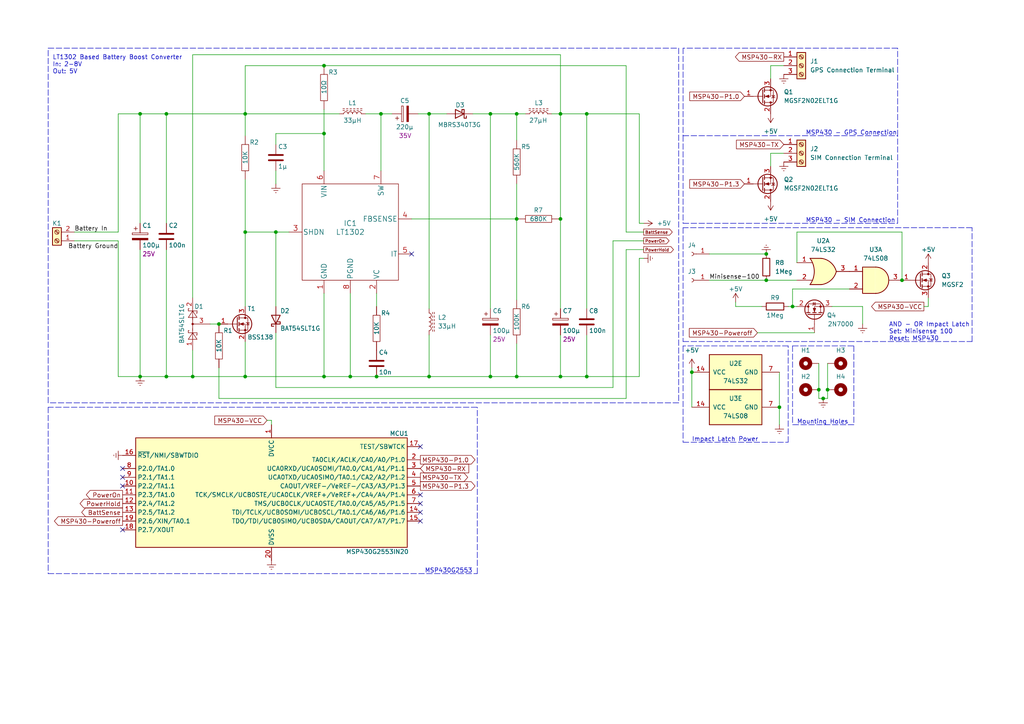
<source format=kicad_sch>
(kicad_sch (version 20211123) (generator eeschema)
  (paper "A4")
  (title_block (title "Impact Activated GPS Beacon") (date "2023-01-13") (rev "v0.2") (company "Kaan \"The Nugget\" Yılmaz"))
  (lib_symbols
    (symbol "74xx:74LS08" (pin_names (offset 1.016))
      (property "Reference" "U" (at 0 1.27 0))
      (property "Value" "74LS08" (at 0 -1.27 0))
      (symbol "74LS08_1_1"
        (pin input line (at -7.62 2.54 0) (length 3.81) (name "~") (number "1"))
        (pin input line (at -7.62 -2.54 0) (length 3.81) (name "~") (number "2"))
        (pin output line (at 7.62 0 180) (length 3.81) (name "~") (number "3"))
      )
      (symbol "74LS08_1_2"
        (pin input inverted (at -7.62 2.54 0) (length 4.318) (name "~") (number "1"))
        (pin input inverted (at -7.62 -2.54 0) (length 4.318) (name "~") (number "2"))
        (pin output inverted (at 7.62 0 180) (length 3.81) (name "~") (number "3"))
      )
      (symbol "74LS08_2_1"
        (pin input line (at -7.62 2.54 0) (length 3.81) (name "~") (number "4"))
        (pin input line (at -7.62 -2.54 0) (length 3.81) (name "~") (number "5"))
        (pin output line (at 7.62 0 180) (length 3.81) (name "~") (number "6"))
      )
      (symbol "74LS08_2_2"
        (pin input inverted (at -7.62 2.54 0) (length 4.318) (name "~") (number "4"))
        (pin input inverted (at -7.62 -2.54 0) (length 4.318) (name "~") (number "5"))
        (pin output inverted (at 7.62 0 180) (length 3.81) (name "~") (number "6"))
      )
      (symbol "74LS08_3_1"
        (pin input line (at -7.62 -2.54 0) (length 3.81) (name "~") (number "10"))
        (pin output line (at 7.62 0 180) (length 3.81) (name "~") (number "8"))
        (pin input line (at -7.62 2.54 0) (length 3.81) (name "~") (number "9"))
      )
      (symbol "74LS08_3_2"
        (pin input inverted (at -7.62 -2.54 0) (length 4.318) (name "~") (number "10"))
        (pin output inverted (at 7.62 0 180) (length 3.81) (name "~") (number "8"))
        (pin input inverted (at -7.62 2.54 0) (length 4.318) (name "~") (number "9"))
      )
      (symbol "74LS08_4_1"
        (pin output line (at 7.62 0 180) (length 3.81) (name "~") (number "11"))
        (pin input line (at -7.62 2.54 0) (length 3.81) (name "~") (number "12"))
        (pin input line (at -7.62 -2.54 0) (length 3.81) (name "~") (number "13"))
      )
      (symbol "74LS08_4_2"
        (pin output inverted (at 7.62 0 180) (length 3.81) (name "~") (number "11"))
        (pin input inverted (at -7.62 2.54 0) (length 4.318) (name "~") (number "12"))
        (pin input inverted (at -7.62 -2.54 0) (length 4.318) (name "~") (number "13"))
      )
      (symbol "74LS08_5_0"
        (pin power_in line (at 0 12.7 270) (length 5.08) (name "VCC") (number "14"))
        (pin power_in line (at 0 -12.7 90) (length 5.08) (name "GND") (number "7"))
      )
    )
    (symbol "74xx:74LS32" (pin_names (offset 1.016))
      (property "Reference" "U" (at 0 1.27 0))
      (property "Value" "74LS32" (at 0 -1.27 0))
      (symbol "74LS32_1_1"
        (pin input line (at -7.62 2.54 0) (length 4.318) (name "~") (number "1"))
        (pin input line (at -7.62 -2.54 0) (length 4.318) (name "~") (number "2"))
        (pin output line (at 7.62 0 180) (length 3.81) (name "~") (number "3"))
      )
      (symbol "74LS32_1_2"
        (pin input inverted (at -7.62 2.54 0) (length 3.81) (name "~") (number "1"))
        (pin input inverted (at -7.62 -2.54 0) (length 3.81) (name "~") (number "2"))
        (pin output inverted (at 7.62 0 180) (length 3.81) (name "~") (number "3"))
      )
      (symbol "74LS32_2_1"
        (pin input line (at -7.62 2.54 0) (length 4.318) (name "~") (number "4"))
        (pin input line (at -7.62 -2.54 0) (length 4.318) (name "~") (number "5"))
        (pin output line (at 7.62 0 180) (length 3.81) (name "~") (number "6"))
      )
      (symbol "74LS32_2_2"
        (pin input inverted (at -7.62 2.54 0) (length 3.81) (name "~") (number "4"))
        (pin input inverted (at -7.62 -2.54 0) (length 3.81) (name "~") (number "5"))
        (pin output inverted (at 7.62 0 180) (length 3.81) (name "~") (number "6"))
      )
      (symbol "74LS32_3_1"
        (pin input line (at -7.62 -2.54 0) (length 4.318) (name "~") (number "10"))
        (pin output line (at 7.62 0 180) (length 3.81) (name "~") (number "8"))
        (pin input line (at -7.62 2.54 0) (length 4.318) (name "~") (number "9"))
      )
      (symbol "74LS32_3_2"
        (pin input inverted (at -7.62 -2.54 0) (length 3.81) (name "~") (number "10"))
        (pin output inverted (at 7.62 0 180) (length 3.81) (name "~") (number "8"))
        (pin input inverted (at -7.62 2.54 0) (length 3.81) (name "~") (number "9"))
      )
      (symbol "74LS32_4_1"
        (pin output line (at 7.62 0 180) (length 3.81) (name "~") (number "11"))
        (pin input line (at -7.62 2.54 0) (length 4.318) (name "~") (number "12"))
        (pin input line (at -7.62 -2.54 0) (length 4.318) (name "~") (number "13"))
      )
      (symbol "74LS32_4_2"
        (pin output inverted (at 7.62 0 180) (length 3.81) (name "~") (number "11"))
        (pin input inverted (at -7.62 2.54 0) (length 3.81) (name "~") (number "12"))
        (pin input inverted (at -7.62 -2.54 0) (length 3.81) (name "~") (number "13"))
      )
      (symbol "74LS32_5_0"
        (pin power_in line (at 0 12.7 270) (length 5.08) (name "VCC") (number "14"))
        (pin power_in line (at 0 -12.7 90) (length 5.08) (name "GND") (number "7"))
      )
    )
    (symbol "Connector:Conn_01x01_Female" (pin_names (offset 1.016) hide)
      (property "Reference" "J" (at 0 2.54 0))
      (property "Value" "Conn_01x01_Female" (at 0 -2.54 0))
      (symbol "Conn_01x01_Female_1_1"
        (pin passive line (at -5.08 0 0) (length 3.81) (name "Pin_1") (number "1"))
      )
    )
    (symbol "Connector:Screw_Terminal_01x02" (pin_names (offset 1.016) hide)
      (property "Reference" "J" (at 0 2.54 0))
      (property "Value" "Screw_Terminal_01x02" (at 0 -5.08 0))
      (symbol "Screw_Terminal_01x02_1_1"
        (pin passive line (at -5.08 0 0) (length 3.81) (name "Pin_1") (number "1"))
        (pin passive line (at -5.08 -2.54 0) (length 3.81) (name "Pin_2") (number "2"))
      )
    )
    (symbol "Connector:Screw_Terminal_01x03" (pin_names (offset 1.016) hide)
      (property "Reference" "J" (at 0 5.08 0))
      (property "Value" "Screw_Terminal_01x03" (at 0 -5.08 0))
      (symbol "Screw_Terminal_01x03_1_1"
        (pin passive line (at -5.08 2.54 0) (length 3.81) (name "Pin_1") (number "1"))
        (pin passive line (at -5.08 0 0) (length 3.81) (name "Pin_2") (number "2"))
        (pin passive line (at -5.08 -2.54 0) (length 3.81) (name "Pin_3") (number "3"))
      )
    )
    (symbol "Device:C" (pin_numbers hide) (pin_names (offset 0.254))
      (property "Reference" "C" (at 0.635 2.54 0))
      (property "Value" "C" (at 0.635 -2.54 0))
      (symbol "C_1_1"
        (pin passive line (at 0 3.81 270) (length 2.794) (name "~") (number "1"))
        (pin passive line (at 0 -3.81 90) (length 2.794) (name "~") (number "2"))
      )
    )
    (symbol "Device:C_Polarized" (pin_numbers hide) (pin_names (offset 0.254))
      (property "Reference" "C" (at 0.635 2.54 0))
      (property "Value" "C_Polarized" (at 0.635 -2.54 0))
      (symbol "C_Polarized_1_1"
        (pin passive line (at 0 3.81 270) (length 2.794) (name "~") (number "1"))
        (pin passive line (at 0 -3.81 90) (length 2.794) (name "~") (number "2"))
      )
    )
    (symbol "Device:L_Ferrite" (pin_numbers hide) (pin_names (offset 1.016) hide)
      (property "Reference" "L" (at -1.27 0 90))
      (property "Value" "L_Ferrite" (at 2.794 0 90))
      (symbol "L_Ferrite_1_1"
        (pin passive line (at 0 3.81 270) (length 1.27) (name "1") (number "1"))
        (pin passive line (at 0 -3.81 90) (length 1.27) (name "2") (number "2"))
      )
    )
    (symbol "Device:R" (pin_numbers hide) (pin_names (offset 0))
      (property "Reference" "R" (at 2.032 0 90))
      (property "Value" "R" (at 0 0 90))
      (symbol "R_1_1"
        (pin passive line (at 0 3.81 270) (length 1.27) (name "~") (number "1"))
        (pin passive line (at 0 -3.81 90) (length 1.27) (name "~") (number "2"))
      )
    )
    (symbol "Diode:BAT54J" (pin_numbers hide) (pin_names hide)
      (property "Reference" "D" (at 0 2.54 0))
      (property "Value" "BAT54J" (at 0 -2.54 0))
      (symbol "BAT54J_1_1"
        (pin passive line (at -3.81 0 0) (length 2.54) (name "K") (number "1"))
        (pin passive line (at 3.81 0 180) (length 2.54) (name "A") (number "2"))
      )
    )
    (symbol "Diode:BAT54S" (pin_names (offset 1.016))
      (property "Reference" "D" (at 0.635 -3.81 0))
      (property "Value" "BAT54S" (at -6.35 3.175 0))
      (symbol "BAT54S_1_1"
        (pin passive line (at -7.62 0 0) (length 3.81) (name "~") (number "1"))
        (pin passive line (at 7.62 0 180) (length 3.81) (name "~") (number "2"))
        (pin passive line (at 0 -5.08 90) (length 5.08) (name "~") (number "3"))
      )
    )
    (symbol "LT1302CN8-5-PBF_1" (pin_names (offset 0.254))
      (property "Reference" "U" (at 15.875 19.05 0))
      (property "Value" "LT1302CN8-5-PBF_1" (at 26.035 15.875 0))
      (symbol "LT1302CN8-5-PBF_1_1_1"
        (pin power_in line (at -7.62 -17.78 90) (length 3.81) (name "GND") (number "1"))
        (pin unspecified line (at 7.62 -17.78 90) (length 3.81) (name "VC") (number "2"))
        (pin unspecified line (at -17.78 0 0) (length 3.81) (name "SHDN") (number "3"))
        (pin unspecified line (at 17.78 3.81 180) (length 3.81) (name "FBSENSE") (number "4"))
        (pin unspecified line (at 17.78 -6.35 180) (length 3.81) (name "IT") (number "5"))
        (pin input line (at -7.62 17.78 270) (length 3.81) (name "VIN") (number "6"))
        (pin unspecified line (at 8.89 17.78 270) (length 3.81) (name "SW") (number "7"))
        (pin power_in line (at 0 -17.78 90) (length 3.81) (name "PGND") (number "8"))
      )
    )
    (symbol "MCU_Texas_MSP430:MSP430G2553IN20"
      (property "Reference" "U" (at -38.1 17.78 0))
      (property "Value" "MSP430G2553IN20" (at 31.75 -16.51 0))
      (symbol "MSP430G2553IN20_1_1"
        (pin power_in line (at 0 20.32 270) (length 3.81) (name "DVCC") (number "1"))
        (pin bidirectional line (at -43.18 2.54 0) (length 3.81) (name "P2.2/TA1.1") (number "10"))
        (pin bidirectional line (at -43.18 0 0) (length 3.81) (name "P2.3/TA1.0") (number "11"))
        (pin bidirectional line (at -43.18 -2.54 0) (length 3.81) (name "P2.4/TA1.2") (number "12"))
        (pin bidirectional line (at -43.18 -5.08 0) (length 3.81) (name "P2.5/TA1.2") (number "13"))
        (pin bidirectional line (at 43.18 -5.08 180) (length 3.81) (name "TDI/TCLK/UCB0SOMI/UCB0SCL/TA0.1/CA6/A6/P1.6") (number "14"))
        (pin bidirectional line (at 43.18 -7.62 180) (length 3.81) (name "TDO/TDI/UCB0SIMO/UCB0SDA/CAOUT/CA7/A7/P1.7") (number "15"))
        (pin input line (at -43.18 11.43 0) (length 3.81) (name "~{RST}/NMI/SBWTDIO") (number "16"))
        (pin input line (at 43.18 13.97 180) (length 3.81) (name "TEST/SBWTCK") (number "17"))
        (pin bidirectional line (at -43.18 -10.16 0) (length 3.81) (name "P2.7/XOUT") (number "18"))
        (pin bidirectional line (at -43.18 -7.62 0) (length 3.81) (name "P2.6/XIN/TA0.1") (number "19"))
        (pin bidirectional line (at 43.18 10.16 180) (length 3.81) (name "TA0CLK/ACLK/CA0/A0/P1.0") (number "2"))
        (pin power_in line (at 0 -19.05 90) (length 3.81) (name "DVSS") (number "20"))
        (pin bidirectional line (at 43.18 7.62 180) (length 3.81) (name "UCA0RXD/UCA0SOMI/TA0.0/CA1/A1/P1.1") (number "3"))
        (pin bidirectional line (at 43.18 5.08 180) (length 3.81) (name "UCA0TXD/UCA0SIMO/TA0.1/CA2/A2/P1.2") (number "4"))
        (pin bidirectional line (at 43.18 2.54 180) (length 3.81) (name "CAOUT/VREF-/VeREF-/CA3/A3/P1.3") (number "5"))
        (pin bidirectional line (at 43.18 0 180) (length 3.81) (name "TCK/SMCLK/UCB0STE/UCA0CLK/VREF+/VeREF+/CA4/A4/P1.4") (number "6"))
        (pin bidirectional line (at 43.18 -2.54 180) (length 3.81) (name "TMS/UCB0CLK/UCA0STE/TA0.0/CA5/A5/P1.5") (number "7"))
        (pin bidirectional line (at -43.18 7.62 0) (length 3.81) (name "P2.0/TA1.0") (number "8"))
        (pin bidirectional line (at -43.18 5.08 0) (length 3.81) (name "P2.1/TA1.1") (number "9"))
      )
    )
    (symbol "Mechanical:MountingHole_Pad" (pin_numbers hide) (pin_names (offset 1.016) hide)
      (property "Reference" "H" (at 0 6.35 0))
      (property "Value" "MountingHole_Pad" (at 0 4.445 0))
      (symbol "MountingHole_Pad_1_1"
        (pin input line (at 0 -2.54 90) (length 2.54) (name "1") (number "1"))
      )
    )
    (symbol "Screw_Terminal_01x03_1" (pin_names (offset 1.016) hide)
      (property "Reference" "J" (at 0 5.08 0))
      (property "Value" "Screw_Terminal_01x03_1" (at 0 -5.08 0))
      (symbol "Screw_Terminal_01x03_1_1_1"
        (pin passive line (at -5.08 2.54 0) (length 3.81) (name "Pin_1") (number "1") (alternate "" input line))
        (pin passive line (at -5.08 0 0) (length 3.81) (name "Pin_2") (number "2"))
        (pin passive line (at -5.08 -2.54 0) (length 3.81) (name "Pin_3") (number "3") (alternate "" input line))
      )
    )
    (symbol "Transistor_FET:BSS138" (pin_names hide)
      (property "Reference" "Q" (at 5.08 1.905 0))
      (property "Value" "BSS138" (at 5.08 0 0))
      (symbol "BSS138_1_1"
        (pin input line (at -5.08 0 0) (length 2.54) (name "G") (number "1"))
        (pin passive line (at 2.54 -5.08 90) (length 2.54) (name "S") (number "2"))
        (pin passive line (at 2.54 5.08 270) (length 2.54) (name "D") (number "3"))
      )
    )
    (symbol "Transistor_FET:IRF3205" (pin_names hide)
      (property "Reference" "Q" (at 6.35 1.905 0))
      (property "Value" "IRF3205" (at 6.35 0 0))
      (symbol "IRF3205_1_1"
        (pin input line (at -5.08 0 0) (length 2.54) (name "G") (number "1"))
        (pin passive line (at 2.54 5.08 270) (length 2.54) (name "D") (number "2"))
        (pin passive line (at 2.54 -5.08 90) (length 2.54) (name "S") (number "3"))
      )
    )
    (symbol "power:+5V" (power) (pin_names (offset 0))
      (property "Value" "+5V" (at 0 3.556 0))
      (symbol "+5V_1_1"
        (pin power_in line (at 0 0 90) (length 0) hide (name "+5V") (number "1"))
      )
    )
    (symbol "power:Earth" (power) (pin_names (offset 0))
      (symbol "Earth_1_1"
        (pin power_in line (at 0 0 270) (length 0) hide (name "Earth") (number "1"))
      )
    )
    (symbol "pspice:R" (pin_numbers hide) (pin_names (offset 0))
      (property "Reference" "R" (at 2.032 0 90))
      (property "Value" "R" (at 0 0 90))
      (symbol "R_1_1"
        (pin passive line (at 0 6.35 270) (length 2.54) (name "~") (number "1"))
        (pin passive line (at 0 -6.35 90) (length 2.54) (name "~") (number "2"))
      )
    )
  )
  (junction (at 226.06 118.11))
  (junction (at 229.87 88.9))
  (junction (at 238.76 115.57))
  (junction (at 170.18 33.02))
  (junction (at 149.86 109.22))
  (junction (at 149.86 63.5))
  (junction (at 109.22 109.22))
  (junction (at 80.01 67.31))
  (junction (at 149.86 33.02))
  (junction (at 110.49 33.02))
  (junction (at 142.24 33.02))
  (junction (at 237.49 113.03))
  (junction (at 124.46 109.22))
  (junction (at 63.5 93.98))
  (junction (at 71.12 33.02))
  (junction (at 162.56 63.5))
  (junction (at 40.64 33.02))
  (junction (at 93.98 38.735))
  (junction (at 71.12 109.22))
  (junction (at 101.6 109.22))
  (junction (at 71.12 67.31))
  (junction (at 93.98 109.22))
  (junction (at 124.46 33.02))
  (junction (at 170.18 109.22))
  (junction (at 222.25 81.28))
  (junction (at 142.24 109.22))
  (junction (at 55.88 109.22))
  (junction (at 162.56 109.22))
  (junction (at 200.66 107.95))
  (junction (at 162.56 33.02))
  (junction (at 222.25 73.66))
  (junction (at 40.64 109.22))
  (junction (at 48.26 33.02))
  (junction (at 261.62 81.28))
  (junction (at 93.98 19.05))
  (junction (at 240.03 113.03))
  (junction (at 48.26 109.22))
  (no_connect (at 121.92 146.05))
  (no_connect (at 35.56 153.67))
  (no_connect (at 121.92 148.59))
  (no_connect (at 121.92 143.51))
  (no_connect (at 35.56 135.89))
  (no_connect (at 119.38 73.66))
  (no_connect (at 121.92 129.54))
  (no_connect (at 35.56 138.43))
  (no_connect (at 121.92 151.13))
  (no_connect (at 35.56 140.97))
  (polyline (pts (xy 228.6 100.33) (xy 198.12 100.33)))
  (polyline (pts (xy 228.6 128.27) (xy 228.6 100.33)))
  (wire (pts (xy 229.87 83.82) (xy 246.38 83.82)))
  (wire (pts (xy 160.02 33.02) (xy 162.56 33.02)))
  (wire (pts (xy 34.29 69.85) (xy 34.29 109.22)))
  (wire (pts (xy 71.12 33.02) (xy 98.425 33.02)))
  (polyline (pts (xy 198.12 100.33) (xy 198.12 128.27)))
  (wire (pts (xy 170.18 33.02) (xy 185.42 33.02)))
  (wire (pts (xy 80.01 67.31) (xy 83.82 67.31)))
  (wire (pts (xy 48.26 72.39) (xy 48.26 109.22)))
  (wire (pts (xy 223.52 19.05) (xy 227.33 19.05)))
  (wire (pts (xy 124.46 33.02) (xy 129.54 33.02)))
  (polyline (pts (xy 247.65 123.19) (xy 229.87 123.19)))
  (polyline (pts (xy 247.65 100.33) (xy 247.65 123.19)))
  (wire (pts (xy 152.4 33.02) (xy 149.86 33.02)))
  (wire (pts (xy 101.6 109.22) (xy 109.22 109.22)))
  (wire (pts (xy 213.36 87.63) (xy 213.36 88.9)))
  (polyline (pts (xy 260.35 39.37) (xy 260.35 13.97)))
  (wire (pts (xy 181.61 19.05) (xy 93.98 19.05)))
  (wire (pts (xy 237.49 105.41) (xy 237.49 113.03)))
  (wire (pts (xy 223.52 48.26) (xy 223.52 44.45)))
  (polyline (pts (xy 196.85 116.84) (xy 13.97 116.84)))
  (wire (pts (xy 48.26 109.22) (xy 55.88 109.22)))
  (wire (pts (xy 250.19 88.9) (xy 250.19 93.98)))
  (wire (pts (xy 149.86 109.22) (xy 162.56 109.22)))
  (wire (pts (xy 181.61 67.31) (xy 186.69 67.31)))
  (wire (pts (xy 162.56 33.02) (xy 162.56 15.875)))
  (wire (pts (xy 240.03 105.41) (xy 240.03 113.03)))
  (wire (pts (xy 213.36 88.9) (xy 220.98 88.9)))
  (wire (pts (xy 223.52 22.86) (xy 223.52 19.05)))
  (polyline (pts (xy 281.94 66.04) (xy 198.12 66.04)))
  (wire (pts (xy 101.6 85.09) (xy 101.6 109.22)))
  (wire (pts (xy 223.52 44.45) (xy 227.33 44.45)))
  (polyline (pts (xy 196.85 13.97) (xy 196.85 116.84)))
  (wire (pts (xy 142.24 33.02) (xy 142.24 89.535)))
  (wire (pts (xy 55.88 109.22) (xy 55.88 101.6)))
  (wire (pts (xy 181.61 72.39) (xy 181.61 115.57)))
  (wire (pts (xy 93.98 85.09) (xy 93.98 109.22)))
  (wire (pts (xy 142.24 33.02) (xy 149.86 33.02)))
  (wire (pts (xy 149.86 63.5) (xy 149.86 53.34)))
  (wire (pts (xy 231.14 88.9) (xy 229.87 88.9)))
  (wire (pts (xy 40.64 72.39) (xy 40.64 109.22)))
  (wire (pts (xy 71.12 67.31) (xy 80.01 67.31)))
  (wire (pts (xy 40.64 33.02) (xy 40.64 64.77)))
  (wire (pts (xy 80.01 96.52) (xy 80.01 112.395)))
  (wire (pts (xy 63.5 115.57) (xy 181.61 115.57)))
  (wire (pts (xy 142.24 109.22) (xy 149.86 109.22)))
  (wire (pts (xy 71.12 19.05) (xy 71.12 33.02)))
  (wire (pts (xy 106.045 33.02) (xy 110.49 33.02)))
  (polyline (pts (xy 260.35 64.77) (xy 260.35 39.37)))
  (wire (pts (xy 170.18 109.22) (xy 185.42 109.22)))
  (wire (pts (xy 48.26 33.02) (xy 71.12 33.02)))
  (wire (pts (xy 121.285 33.02) (xy 124.46 33.02)))
  (wire (pts (xy 237.49 113.03) (xy 237.49 115.57)))
  (wire (pts (xy 93.98 38.735) (xy 93.98 49.53)))
  (wire (pts (xy 124.46 97.155) (xy 124.46 109.22)))
  (wire (pts (xy 226.06 107.95) (xy 226.06 118.11)))
  (wire (pts (xy 48.26 33.02) (xy 40.64 33.02)))
  (polyline (pts (xy 198.12 13.97) (xy 198.12 39.37)))
  (wire (pts (xy 229.87 88.9) (xy 228.6 88.9)))
  (wire (pts (xy 55.88 15.875) (xy 162.56 15.875)))
  (polyline (pts (xy 198.12 39.37) (xy 198.12 64.77)))
  (wire (pts (xy 162.56 97.155) (xy 162.56 109.22)))
  (wire (pts (xy 142.24 97.155) (xy 142.24 109.22)))
  (wire (pts (xy 80.01 88.9) (xy 80.01 67.31)))
  (wire (pts (xy 71.12 39.37) (xy 71.12 33.02)))
  (wire (pts (xy 177.8 69.85) (xy 186.69 69.85)))
  (polyline (pts (xy 198.12 128.27) (xy 228.6 128.27)))
  (wire (pts (xy 80.01 41.91) (xy 80.01 38.735)))
  (wire (pts (xy 78.74 121.92) (xy 78.74 123.19)))
  (wire (pts (xy 80.01 49.53) (xy 80.01 53.34)))
  (polyline (pts (xy 229.87 100.33) (xy 229.87 123.19)))
  (polyline (pts (xy 198.12 66.04) (xy 198.12 99.06)) (stroke (width 0) (type dash)))
  (wire (pts (xy 162.56 33.02) (xy 162.56 63.5)))
  (polyline (pts (xy 13.97 166.37) (xy 138.43 166.37)))
  (wire (pts (xy 34.29 109.22) (xy 40.64 109.22)))
  (polyline (pts (xy 74.93 118.11) (xy 13.97 118.11)))
  (wire (pts (xy 185.42 64.77) (xy 186.69 64.77)))
  (wire (pts (xy 185.42 33.02) (xy 185.42 64.77)))
  (wire (pts (xy 170.18 97.155) (xy 170.18 109.22)))
  (wire (pts (xy 200.66 106.68) (xy 200.66 107.95)))
  (wire (pts (xy 240.03 113.03) (xy 240.03 115.57)))
  (wire (pts (xy 34.29 67.31) (xy 34.29 33.02)))
  (wire (pts (xy 93.98 38.735) (xy 93.98 31.75)))
  (wire (pts (xy 137.16 33.02) (xy 142.24 33.02)))
  (wire (pts (xy 237.49 115.57) (xy 238.76 115.57)))
  (wire (pts (xy 60.96 93.98) (xy 63.5 93.98)))
  (wire (pts (xy 162.56 33.02) (xy 170.18 33.02)))
  (wire (pts (xy 149.86 40.64) (xy 149.86 33.02)))
  (wire (pts (xy 205.74 81.28) (xy 222.25 81.28)))
  (polyline (pts (xy 13.97 13.97) (xy 196.85 13.97)))
  (polyline (pts (xy 74.93 118.11) (xy 138.43 118.11)))
  (wire (pts (xy 40.64 33.02) (xy 34.29 33.02)))
  (wire (pts (xy 149.86 99.695) (xy 149.86 109.22)))
  (wire (pts (xy 34.29 69.85) (xy 21.59 69.85)))
  (wire (pts (xy 93.98 109.22) (xy 101.6 109.22)))
  (wire (pts (xy 177.8 112.395) (xy 80.01 112.395)))
  (wire (pts (xy 71.12 99.06) (xy 71.12 109.22)))
  (wire (pts (xy 71.12 67.31) (xy 71.12 88.9)))
  (wire (pts (xy 219.71 96.52) (xy 236.22 96.52)))
  (wire (pts (xy 269.24 86.36) (xy 269.24 88.9)))
  (wire (pts (xy 119.38 63.5) (xy 149.86 63.5)))
  (wire (pts (xy 241.3 88.9) (xy 250.19 88.9)))
  (polyline (pts (xy 198.12 64.77) (xy 223.52 64.77)))
  (wire (pts (xy 48.26 33.02) (xy 48.26 64.77)))
  (wire (pts (xy 231.14 76.2) (xy 231.14 67.31)))
  (wire (pts (xy 231.14 67.31) (xy 261.62 67.31)))
  (wire (pts (xy 162.56 109.22) (xy 170.18 109.22)))
  (wire (pts (xy 222.25 81.28) (xy 231.14 81.28)))
  (wire (pts (xy 181.61 19.05) (xy 181.61 67.31)))
  (wire (pts (xy 200.66 107.95) (xy 200.66 118.11)))
  (wire (pts (xy 205.74 73.66) (xy 222.25 73.66)))
  (wire (pts (xy 109.22 85.09) (xy 109.22 88.9)))
  (wire (pts (xy 77.47 121.92) (xy 78.74 121.92)))
  (wire (pts (xy 71.12 109.22) (xy 93.98 109.22)))
  (wire (pts (xy 40.64 109.22) (xy 48.26 109.22)))
  (wire (pts (xy 80.01 38.735) (xy 93.98 38.735)))
  (wire (pts (xy 109.22 109.22) (xy 124.46 109.22)))
  (wire (pts (xy 34.29 67.31) (xy 21.59 67.31)))
  (polyline (pts (xy 281.94 99.06) (xy 281.94 66.04)))
  (wire (pts (xy 229.87 88.9) (xy 229.87 83.82)))
  (polyline (pts (xy 138.43 166.37) (xy 138.43 118.11)))
  (wire (pts (xy 124.46 89.535) (xy 124.46 33.02)))
  (wire (pts (xy 124.46 109.22) (xy 142.24 109.22)))
  (polyline (pts (xy 13.97 116.84) (xy 13.97 13.97)))
  (polyline (pts (xy 198.12 39.37) (xy 223.52 39.37)))
  (wire (pts (xy 185.42 74.93) (xy 186.69 74.93)))
  (polyline (pts (xy 13.97 118.11) (xy 13.97 166.37)))
  (wire (pts (xy 71.12 19.05) (xy 93.98 19.05)))
  (wire (pts (xy 181.61 72.39) (xy 186.69 72.39)))
  (wire (pts (xy 110.49 33.02) (xy 113.665 33.02)))
  (wire (pts (xy 261.62 67.31) (xy 261.62 81.28)))
  (wire (pts (xy 55.88 86.36) (xy 55.88 15.875)))
  (wire (pts (xy 185.42 74.93) (xy 185.42 109.22)))
  (wire (pts (xy 267.97 88.9) (xy 269.24 88.9)))
  (wire (pts (xy 63.5 106.68) (xy 63.5 115.57)))
  (polyline (pts (xy 223.52 39.37) (xy 260.35 39.37)))
  (wire (pts (xy 162.56 63.5) (xy 162.56 89.535)))
  (wire (pts (xy 226.06 118.11) (xy 226.06 123.19)))
  (wire (pts (xy 110.49 33.02) (xy 110.49 49.53)))
  (wire (pts (xy 55.88 109.22) (xy 71.12 109.22)))
  (wire (pts (xy 238.76 115.57) (xy 240.03 115.57)))
  (polyline (pts (xy 260.35 13.97) (xy 198.12 13.97)))
  (polyline (pts (xy 198.12 99.06) (xy 281.94 99.06)))
  (wire (pts (xy 71.12 67.31) (xy 71.12 52.07)))
  (polyline (pts (xy 229.87 100.33) (xy 247.65 100.33)))
  (polyline (pts (xy 223.52 64.77) (xy 260.35 64.77)))
  (wire (pts (xy 177.8 69.85) (xy 177.8 112.395)))
  (wire (pts (xy 149.86 86.995) (xy 149.86 63.5)))
  (wire (pts (xy 170.18 33.02) (xy 170.18 89.535)))
  (text "LT1302 Based Battery Boost Converter\nIn: 2-8V\nOut: 5V" (at 15.24 21.59 0) (effects (font (size 1.27 1.27)) (justify left bottom)))
  (text "MSP430 - GPS Connection" (at 233.68 39.37 0) (effects (font (size 1.27 1.27)) (justify left bottom)))
  (text "MSP430G2553" (at 123.19 166.37 0) (effects (font (size 1.27 1.27)) (justify left bottom)))
  (text "AND - OR Impact Latch\nSet: Minisense 100\nReset: MSP430" (at 257.81 99.06 0) (effects (font (size 1.27 1.27)) (justify left bottom)))
  (text "Impact Latch Power" (at 200.66 128.27 0) (effects (font (size 1.27 1.27)) (justify left bottom)))
  (text "Mounting Holes" (at 231.14 123.19 0) (effects (font (size 1.27 1.27)) (justify left bottom)))
  (text "MSP430 - SIM Connection" (at 233.68 64.77 0) (effects (font (size 1.27 1.27)) (justify left bottom)))
  (label "Battery In" (at 21.59 67.31 0))
  (label "Minisense-100" (at 205.74 81.28 0))
  (label "Battery Ground" (at 34.29 72.39 180))
  (global_label "MSP430-P1.0" (shape input) (at 215.9 27.94 180) (property "Intersheet References" "${INTERSHEET_REFS}" (effects hide)))
  (global_label "MSP430-VCC" (shape output) (at 267.97 88.9 180) (property "Intersheet References" "${INTERSHEET_REFS}" (effects hide)))
  (global_label "MSP430-VCC" (shape input) (at 77.47 121.92 180) (property "Intersheet References" "${INTERSHEET_REFS}" (effects hide)))
  (global_label "MSP430-RX" (shape input) (at 121.92 135.89 0) (property "Intersheet References" "${INTERSHEET_REFS}" (effects hide)))
  (global_label "MSP430-Poweroff" (shape output) (at 35.56 151.13 180) (property "Intersheet References" "${INTERSHEET_REFS}" (effects hide)))
  (global_label "MSP430-P1.0" (shape output) (at 121.92 133.35 0) (property "Intersheet References" "${INTERSHEET_REFS}" (effects hide)))
  (global_label "PowerHold" (shape output) (at 186.69 72.39 0) (effects (font (size 0.889 0.889))) (property "Intersheet References" "${INTERSHEET_REFS}" (effects hide)))
  (global_label "MSP430-P1.3" (shape input) (at 215.9 53.34 180) (property "Intersheet References" "${INTERSHEET_REFS}" (effects hide)))
  (global_label "MSP430-Poweroff" (shape input) (at 219.71 96.52 180) (property "Intersheet References" "${INTERSHEET_REFS}" (effects hide)))
  (global_label "PowerOn" (shape output) (at 35.56 143.51 180) (property "Intersheet References" "${INTERSHEET_REFS}" (effects hide)))
  (global_label "BattSense" (shape output) (at 35.56 148.59 180) (property "Intersheet References" "${INTERSHEET_REFS}" (effects hide)))
  (global_label "MSP430-P1.3" (shape output) (at 121.92 140.97 0) (property "Intersheet References" "${INTERSHEET_REFS}" (effects hide)))
  (global_label "BattSense" (shape output) (at 186.69 67.31 0) (effects (font (size 0.889 0.889))) (property "Intersheet References" "${INTERSHEET_REFS}" (effects hide)))
  (global_label "MSP430-TX" (shape output) (at 121.92 138.43 0) (property "Intersheet References" "${INTERSHEET_REFS}" (effects hide)))
  (global_label "PowerHold" (shape output) (at 35.56 146.05 180) (property "Intersheet References" "${INTERSHEET_REFS}" (effects hide)))
  (global_label "PowerOn" (shape output) (at 186.69 69.85 0) (effects (font (size 0.889 0.889))) (property "Intersheet References" "${INTERSHEET_REFS}" (effects hide)))
  (global_label "MSP430-TX" (shape input) (at 227.33 41.91 180) (property "Intersheet References" "${INTERSHEET_REFS}" (effects hide)))
  (global_label "MSP430-RX" (shape output) (at 227.33 16.51 180) (property "Intersheet References" "${INTERSHEET_REFS}" (effects hide)))
  (symbol (lib_id "power:+5V") (at 223.52 58.42 180) (unit 1)
    (property "Reference" "#PWR011" (effects hide))
    (property "Value" "+5V" (at 223.52 63.5 0))
  )
  (symbol (lib_id "power:+5V") (at 223.52 33.02 180) (unit 1)
    (property "Reference" "#PWR010" (effects hide))
    (property "Value" "+5V" (at 223.52 38.1 0))
  )
  (symbol (lib_id "Diode:BAT54J") (at 133.35 33.02 180) (unit 1)
    (property "Reference" "D3" (at 132.08 30.48 0) (effects (justify right)))
    (property "Value" "MBRS340T3G" (at 127 36.195 0) (effects (justify right)))
    (property "Footprint" "Diode_SMD:D_SMC-RM10_Universal_Handsoldering" (effects hide))
    (property "Datasheet" "https://assets.nexperia.com/documents/data-sheet/BAT54J.pdf" (effects hide))
  )
  (symbol (lib_name "Screw_Terminal_01x03_1") (lib_id "Connector:Screw_Terminal_01x03") (at 232.41 44.45 0) (unit 1)
    (property "Reference" "J2" (at 234.95 43.1799 0) (effects (justify left)))
    (property "Value" "SIM Connection Terminal" (at 234.95 45.7199 0) (effects (justify left)))
    (property "Footprint" "TerminalBlock_Phoenix:TerminalBlock_Phoenix_MKDS-1,5-3-5.08_1x03_P5.08mm_Horizontal" (effects hide))
  )
  (symbol (lib_id "Transistor_FET:IRF3205") (at 236.22 91.44 90) (unit 1)
    (property "Reference" "Q4" (at 242.57 91.44 90) (effects (justify left)))
    (property "Value" "2N7000" (at 247.65 93.98 90) (effects (justify left)))
    (property "Footprint" "Package_TO_SOT_SMD:SOT-23" (effects hide))
    (property "Datasheet" "http://www.irf.com/product-info/datasheets/data/irf3205.pdf" (effects hide))
  )
  (symbol (lib_id "pspice:R") (at 149.86 93.345 0) (unit 1)
    (property "Reference" "R6" (at 151.13 88.9 0) (effects (justify left)))
    (property "Value" "100K" (at 149.86 95.885 90) (effects (justify left)))
    (property "Footprint" "Resistor_SMD:R_0603_1608Metric" (effects hide))
  )
  (symbol (lib_id "Device:C") (at 80.01 45.72 0) (unit 1)
    (property "Reference" "C3" (at 80.645 42.545 0) (effects (justify left)))
    (property "Value" "1μ" (at 80.645 48.26 0) (effects (justify left)))
    (property "Footprint" "Capacitor_SMD:C_0603_1608Metric" (effects hide))
  )
  (symbol (lib_id "Mechanical:MountingHole_Pad") (at 242.57 113.03 270) (mirror x) (unit 1)
    (property "Reference" "H4" (at 243.84 109.22 90))
    (property "Value" "MountingHole_Pad" (effects hide))
    (property "Footprint" "MountingHole:MountingHole_4.3mm_M4_Pad_Via" (effects hide))
  )
  (symbol (lib_id "74xx:74LS08") (at 213.36 118.11 90) (unit 5)
    (property "Reference" "U3" (at 213.36 115.57 90))
    (property "Value" "74LS08" (at 213.36 120.65 90))
    (property "Footprint" "Package_DIP:DIP-14_W7.62mm" (effects hide))
    (property "Datasheet" "http://www.ti.com/lit/gpn/sn74LS08" (effects hide))
  )
  (symbol (lib_id "power:+5V") (at 269.24 76.2 0) (unit 1)
    (property "Reference" "#PWR015" (effects hide))
    (property "Value" "+5V" (at 269.24 72.39 0))
  )
  (symbol (lib_id "MCU_Texas_MSP430:MSP430G2553IN20") (at 78.74 143.51 0) (unit 1)
    (property "Reference" "MCU1" (at 113.03 125.73 0) (effects (justify left)))
    (property "Value" "MSP430G2553IN20" (at 100.33 160.02 0) (effects (justify left)))
    (property "Footprint" "Package_DIP:DIP-20_W7.62mm" (effects hide))
    (property "Datasheet" "http://www.ti.com/lit/ds/symlink/msp430g2553.pdf" (effects hide))
  )
  (symbol (lib_id "Device:L_Ferrite") (at 156.21 33.02 90) (unit 1)
    (property "Reference" "L3" (at 157.48 29.845 90) (effects (justify left)))
    (property "Value" "27μH" (at 158.75 34.925 90) (effects (justify left)))
    (property "Footprint" "Inductor_SMD:L_1210_3225Metric" (effects hide))
  )
  (symbol (lib_id "power:Earth") (at 40.64 109.22 0) (unit 1)
    (property "Reference" "#PWR01" (effects hide))
    (property "Value" "Earth" (effects hide))
  )
  (symbol (lib_id "Device:R") (at 222.25 77.47 0) (unit 1)
    (property "Reference" "R8" (at 224.79 76.1999 0) (effects (justify left)))
    (property "Value" "1Meg" (at 224.79 78.7399 0) (effects (justify left)))
    (property "Footprint" "Resistor_SMD:R_0603_1608Metric" (effects hide))
  )
  (symbol (lib_id "pspice:R") (at 156.21 63.5 90) (unit 1)
    (property "Reference" "R7" (at 157.48 60.96 90) (effects (justify left)))
    (property "Value" "680K" (at 158.75 63.5 90) (effects (justify left)))
    (property "Footprint" "Resistor_SMD:R_0603_1608Metric" (effects hide))
  )
  (symbol (lib_id "Device:C_Polarized") (at 162.56 93.345 0) (unit 1)
    (property "Reference" "C7" (at 163.195 90.17 0) (effects (justify left)))
    (property "Value" "100μ" (at 163.195 95.885 0) (effects (justify left)))
    (property "Footprint" "Capacitor_SMD:C_1206_3216Metric" (effects hide))
    (property "Value2" "25V" (at 163.195 98.425 0) (effects (justify left)))
  )
  (symbol (lib_id "Transistor_FET:IRF3205") (at 266.7 81.28 0) (unit 1)
    (property "Reference" "Q3" (at 273.05 80.0099 0) (effects (justify left)))
    (property "Value" "MGSF2" (at 273.05 82.55 0) (effects (justify left)))
    (property "Footprint" "Package_TO_SOT_SMD:SOT-23" (effects hide))
    (property "Datasheet" "http://www.irf.com/product-info/datasheets/data/irf3205.pdf" (effects hide))
  )
  (symbol (lib_id "Mechanical:MountingHole_Pad") (at 242.57 105.41 270) (mirror x) (unit 1)
    (property "Reference" "H3" (at 243.84 101.6 90))
    (property "Value" "MountingHole_Pad" (effects hide))
    (property "Footprint" "MountingHole:MountingHole_4.3mm_M4_Pad_Via" (effects hide))
  )
  (symbol (lib_id "Device:C_Polarized") (at 40.64 68.58 0) (unit 1)
    (property "Reference" "C1" (at 41.275 65.405 0) (effects (justify left)))
    (property "Value" "100μ" (at 41.275 71.12 0) (effects (justify left)))
    (property "Footprint" "Capacitor_SMD:C_1206_3216Metric" (effects hide))
    (property "Value2" "25V" (at 41.275 73.66 0) (effects (justify left)))
  )
  (symbol (lib_id "Diode:BAT54J") (at 80.01 92.71 90) (unit 1)
    (property "Reference" "D2" (at 81.28 90.17 90) (effects (justify right)))
    (property "Value" "BAT54SLT1G" (at 81.28 95.25 90) (effects (justify right)))
    (property "Footprint" "Package_TO_SOT_SMD:SOT-23" (effects hide))
    (property "Datasheet" "https://assets.nexperia.com/documents/data-sheet/BAT54J.pdf" (effects hide))
  )
  (symbol (lib_id "Transistor_FET:IRF3205") (at 220.98 27.94 0) (mirror x) (unit 1)
    (property "Reference" "Q1" (at 227.33 26.6699 0) (effects (justify left)))
    (property "Value" "MGSF2N02ELT1G" (at 227.33 29.2099 0) (effects (justify left)))
    (property "Footprint" "Package_TO_SOT_SMD:SOT-23" (effects hide))
    (property "Datasheet" "http://www.irf.com/product-info/datasheets/data/irf3205.pdf" (effects hide))
  )
  (symbol (lib_id "power:Earth") (at 250.19 93.98 0) (unit 1)
    (property "Reference" "#PWR0102" (effects hide))
    (property "Value" "Earth" (effects hide))
  )
  (symbol (lib_id "Transistor_FET:IRF3205") (at 220.98 53.34 0) (mirror x) (unit 1)
    (property "Reference" "Q2" (at 227.33 52.0699 0) (effects (justify left)))
    (property "Value" "MGSF2N02ELT1G" (at 227.33 54.6099 0) (effects (justify left)))
    (property "Footprint" "Package_TO_SOT_SMD:SOT-23" (effects hide))
    (property "Datasheet" "http://www.irf.com/product-info/datasheets/data/irf3205.pdf" (effects hide))
  )
  (symbol (lib_id "power:+5V") (at 200.66 106.68 0) (unit 1)
    (property "Reference" "#PWR08" (effects hide))
    (property "Value" "+5V" (at 200.66 101.6 0))
  )
  (symbol (lib_id "pspice:R") (at 63.5 100.33 0) (unit 1)
    (property "Reference" "R1" (at 64.77 95.885 0) (effects (justify left)))
    (property "Value" "10K" (at 63.5 102.235 90) (effects (justify left)))
    (property "Footprint" "Resistor_SMD:R_0603_1608Metric" (effects hide))
  )
  (symbol (lib_id "Transistor_FET:BSS138") (at 68.58 93.98 0) (unit 1)
    (property "Reference" "T1" (at 71.755 89.535 0) (effects (justify left)))
    (property "Value" "BSS138" (at 71.755 97.79 0) (effects (justify left)))
    (property "Footprint" "Package_TO_SOT_SMD:SOT-23" (effects hide))
    (property "Datasheet" "https://www.onsemi.com/pub/Collateral/BSS138-D.PDF" (effects hide))
  )
  (symbol (lib_id "Device:C") (at 170.18 93.345 0) (unit 1)
    (property "Reference" "C8" (at 170.815 90.17 0) (effects (justify left)))
    (property "Value" "100n" (at 170.815 95.885 0) (effects (justify left)))
    (property "Footprint" "Capacitor_SMD:C_0603_1608Metric" (effects hide))
  )
  (symbol (lib_id "pspice:R") (at 109.22 95.25 0) (unit 1)
    (property "Reference" "R4" (at 110.49 90.805 0) (effects (justify left)))
    (property "Value" "10K" (at 109.22 97.155 90) (effects (justify left)))
    (property "Footprint" "Resistor_SMD:R_0603_1608Metric" (effects hide))
  )
  (symbol (lib_id "power:Earth") (at 222.25 73.66 180) (unit 1)
    (property "Reference" "#PWR0101" (effects hide))
    (property "Value" "Earth" (effects hide))
  )
  (symbol (lib_name "LT1302CN8-5-PBF_1") (lib_id "LT1302:LT1302CN8-5-PBF") (at 101.6 67.31 0) (unit 1)
    (property "Reference" "IC1" (at 101.6 64.77 0) (effects (font (size 1.524 1.524))))
    (property "Value" "LT1302" (at 101.6 67.31 0) (effects (font (size 1.524 1.524))))
    (property "Footprint" "Package_DIP:DIP-8_W7.62mm" (effects hide))
    (property "Datasheet" "https://www.analog.com/media/en/technical-documentation/data-sheets/lt1302.pdf" (effects hide))
  )
  (symbol (lib_id "Diode:BAT54S") (at 55.88 93.98 90) (unit 1)
    (property "Reference" "D1" (at 59.055 88.9 90) (effects (justify left)))
    (property "Value" "BAT54SLT1G" (at 52.705 99.695 0) (effects (justify left)))
    (property "Footprint" "Package_TO_SOT_SMD:SOT-23" (effects hide))
    (property "Datasheet" "https://www.diodes.com/assets/Datasheets/ds11005.pdf" (effects hide))
  )
  (symbol (lib_id "Connector:Conn_01x01_Female") (at 200.66 81.28 180) (unit 1)
    (property "Reference" "J3" (at 200.66 78.74 0))
    (property "Value" "Minisense-100 Ground" (effects hide))
    (property "Footprint" "Connector_Pin:Pin_D0.7mm_L6.5mm_W1.8mm_FlatFork" (effects hide))
  )
  (symbol (lib_id "74xx:74LS32") (at 213.36 107.95 90) (unit 5)
    (property "Reference" "U2" (at 213.36 105.41 90))
    (property "Value" "74LS32" (at 213.36 110.49 90))
    (property "Footprint" "Package_DIP:DIP-14_W7.62mm" (effects hide))
    (property "Datasheet" "http://www.ti.com/lit/gpn/sn74LS32" (effects hide))
  )
  (symbol (lib_id "Device:L_Ferrite") (at 102.235 33.02 90) (unit 1)
    (property "Reference" "L1" (at 102.235 29.845 90))
    (property "Value" "33μH" (at 102.235 34.925 90))
    (property "Footprint" "Inductor_SMD:L_1812_4532Metric" (effects hide))
  )
  (symbol (lib_id "Device:R") (at 224.79 88.9 90) (unit 1)
    (property "Reference" "R9" (at 224.79 86.36 90))
    (property "Value" "1Meg" (at 224.79 91.44 90))
    (property "Footprint" "Resistor_SMD:R_0603_1608Metric" (effects hide))
  )
  (symbol (lib_id "power:Earth") (at 227.33 21.59 0) (unit 1)
    (property "Reference" "#PWR013" (effects hide))
    (property "Value" "Earth" (effects hide))
  )
  (symbol (lib_id "pspice:R") (at 93.98 25.4 0) (unit 1)
    (property "Reference" "R3" (at 95.25 20.955 0) (effects (justify left)))
    (property "Value" "10Ω" (at 93.98 27.305 90) (effects (justify left)))
    (property "Footprint" "Resistor_SMD:R_0603_1608Metric" (effects hide))
  )
  (symbol (lib_id "Device:C") (at 48.26 68.58 0) (unit 1)
    (property "Reference" "C2" (at 48.895 65.405 0) (effects (justify left)))
    (property "Value" "100n" (at 48.895 71.12 0) (effects (justify left)))
    (property "Footprint" "Capacitor_SMD:C_0603_1608Metric" (effects hide))
  )
  (symbol (lib_id "power:Earth") (at 186.69 74.93 90) (unit 1)
    (property "Reference" "#PWR07" (effects hide))
    (property "Value" "Earth" (effects hide))
  )
  (symbol (lib_id "power:Earth") (at 226.06 123.19 0) (unit 1)
    (property "Reference" "#PWR012" (effects hide))
    (property "Value" "Earth" (effects hide))
  )
  (symbol (lib_id "Device:C") (at 109.22 105.41 0) (unit 1)
    (property "Reference" "C4" (at 109.855 102.235 0) (effects (justify left)))
    (property "Value" "10n" (at 109.855 107.95 0) (effects (justify left)))
    (property "Footprint" "Capacitor_SMD:C_0603_1608Metric" (effects hide))
  )
  (symbol (lib_id "Mechanical:MountingHole_Pad") (at 234.95 113.03 90) (unit 1)
    (property "Reference" "H2" (at 233.68 109.22 90))
    (property "Value" "MountingHole_Pad" (effects hide))
    (property "Footprint" "MountingHole:MountingHole_4.3mm_M4_Pad_Via" (effects hide))
  )
  (symbol (lib_id "Connector:Conn_01x01_Female") (at 200.66 73.66 180) (unit 1)
    (property "Reference" "J4" (at 200.66 71.12 0))
    (property "Value" "Minisense-100 Ground" (effects hide))
    (property "Footprint" "Connector_Pin:Pin_D0.7mm_L6.5mm_W1.8mm_FlatFork" (effects hide))
  )
  (symbol (lib_id "74xx:74LS32") (at 238.76 78.74 0) (unit 1)
    (property "Reference" "U2" (at 238.76 69.85 0))
    (property "Value" "74LS32" (at 238.76 72.39 0))
    (property "Footprint" "Package_DIP:DIP-14_W7.62mm" (effects hide))
    (property "Datasheet" "http://www.ti.com/lit/gpn/sn74LS32" (effects hide))
  )
  (symbol (lib_id "Device:C_Polarized") (at 117.475 33.02 90) (unit 1)
    (property "Reference" "C5" (at 118.745 29.21 90) (effects (justify left)))
    (property "Value" "220μ" (at 120.015 36.83 90) (effects (justify left)))
    (property "Footprint" "Capacitor_SMD:C_1206_3216Metric" (effects hide))
    (property "value2" "35V" (at 119.38 39.37 90) (effects (justify left)))
  )
  (symbol (lib_id "Connector:Screw_Terminal_01x03") (at 232.41 19.05 0) (unit 1)
    (property "Reference" "J1" (at 234.95 17.7799 0) (effects (justify left)))
    (property "Value" "GPS Connection Terminal" (at 234.95 20.3199 0) (effects (justify left)))
    (property "Footprint" "TerminalBlock_Phoenix:TerminalBlock_Phoenix_MKDS-1,5-3-5.08_1x03_P5.08mm_Horizontal" (effects hide))
  )
  (symbol (lib_id "74xx:74LS08") (at 254 81.28 0) (unit 1)
    (property "Reference" "U3" (at 254 72.39 0))
    (property "Value" "74LS08" (at 254 74.93 0))
    (property "Footprint" "Package_DIP:DIP-14_W7.62mm" (effects hide))
    (property "Datasheet" "http://www.ti.com/lit/gpn/sn74LS08" (effects hide))
  )
  (symbol (lib_id "power:+5V") (at 186.69 64.77 270) (unit 1)
    (property "Reference" "#PWR06" (effects hide))
    (property "Value" "+5V" (at 190.5 64.7699 90) (effects (justify left)))
  )
  (symbol (lib_id "power:Earth") (at 35.56 132.08 270) (unit 1)
    (property "Reference" "#PWR02" (effects hide))
    (property "Value" "Earth" (effects hide))
  )
  (symbol (lib_id "Device:L_Ferrite") (at 124.46 93.345 0) (unit 1)
    (property "Reference" "L2" (at 127 92.0749 0) (effects (justify left)))
    (property "Value" "33μH" (at 127 94.6149 0) (effects (justify left)))
    (property "Footprint" "Inductor_SMD:L_1812_4532Metric" (effects hide))
  )
  (symbol (lib_id "power:Earth") (at 227.33 46.99 0) (unit 1)
    (property "Reference" "#PWR014" (effects hide))
    (property "Value" "Earth" (effects hide))
  )
  (symbol (lib_id "power:Earth") (at 78.74 162.56 0) (unit 1)
    (property "Reference" "#PWR05" (effects hide))
    (property "Value" "Earth" (effects hide))
  )
  (symbol (lib_id "Mechanical:MountingHole_Pad") (at 234.95 105.41 90) (unit 1)
    (property "Reference" "H1" (at 233.68 101.6 90))
    (property "Value" "MountingHole_Pad" (effects hide))
    (property "Footprint" "MountingHole:MountingHole_4.3mm_M4_Pad_Via" (effects hide))
  )
  (symbol (lib_id "pspice:R") (at 71.12 45.72 0) (unit 1)
    (property "Reference" "R2" (at 72.39 41.275 0) (effects (justify left)))
    (property "Value" "10K" (at 71.12 47.625 90) (effects (justify left)))
    (property "Footprint" "Resistor_SMD:R_0603_1608Metric" (effects hide))
  )
  (symbol (lib_id "power:Earth") (at 238.76 115.57 0) (mirror y) (unit 1)
    (property "Reference" "#PWR09" (effects hide))
    (property "Value" "Earth" (effects hide))
  )
  (symbol (lib_id "Connector:Screw_Terminal_01x02") (at 16.51 69.85 180) (unit 1)
    (property "Reference" "K1" (at 16.51 64.77 0))
    (property "Value" "Battery Terminal" (effects hide))
    (property "Footprint" "TerminalBlock_Phoenix:TerminalBlock_Phoenix_MKDS-1,5-2_1x02_P5.00mm_Horizontal" (effects hide))
  )
  (symbol (lib_id "power:+5V") (at 213.36 87.63 0) (unit 1)
    (property "Reference" "#PWR03" (effects hide))
    (property "Value" "+5V" (at 213.36 83.82 0))
  )
  (symbol (lib_id "power:Earth") (at 80.01 53.34 0) (unit 1)
    (property "Reference" "#PWR04" (effects hide))
    (property "Value" "Earth" (effects hide))
  )
  (symbol (lib_id "pspice:R") (at 149.86 46.99 0) (unit 1)
    (property "Reference" "R5" (at 151.13 42.545 0) (effects (justify left)))
    (property "Value" "560K" (at 149.86 49.53 90) (effects (justify left)))
    (property "Footprint" "Resistor_SMD:R_0603_1608Metric" (effects hide))
  )
  (symbol (lib_id "Device:C_Polarized") (at 142.24 93.345 0) (unit 1)
    (property "Reference" "C6" (at 142.875 90.17 0) (effects (justify left)))
    (property "Value" "100μ" (at 142.875 95.885 0) (effects (justify left)))
    (property "Footprint" "Capacitor_SMD:C_1206_3216Metric" (effects hide))
    (property "Value2" "25V" (at 142.875 98.425 0) (effects (justify left)))
  )
)
</source>
